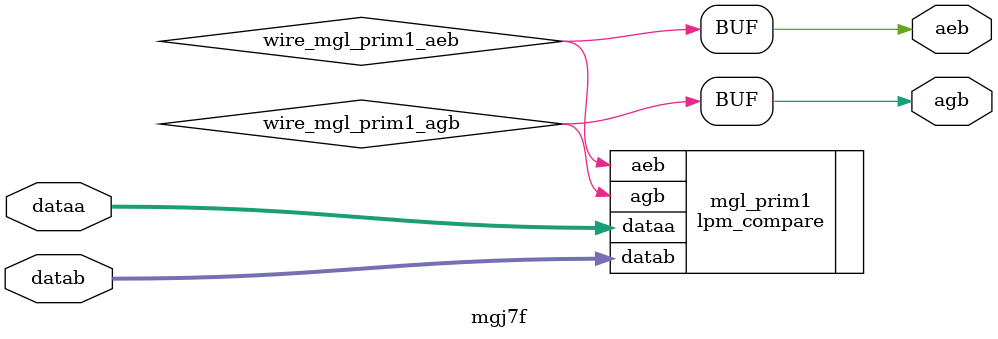
<source format=v>






//synthesis_resources = lpm_compare 1 
//synopsys translate_off
`timescale 1 ps / 1 ps
//synopsys translate_on
module  mgj7f
	( 
	aeb,
	agb,
	dataa,
	datab) /* synthesis synthesis_clearbox=1 */;
	output   aeb;
	output   agb;
	input   [8:0]  dataa;
	input   [8:0]  datab;

	wire  wire_mgl_prim1_aeb;
	wire  wire_mgl_prim1_agb;

	lpm_compare   mgl_prim1
	( 
	.aeb(wire_mgl_prim1_aeb),
	.agb(wire_mgl_prim1_agb),
	.dataa(dataa),
	.datab(datab));
	defparam
		mgl_prim1.lpm_representation = "UNSIGNED",
		mgl_prim1.lpm_type = "LPM_COMPARE",
		mgl_prim1.lpm_width = 9,
		mgl_prim1.lpm_hint = "ONE_INPUT_IS_CONSTANT=YES";
	assign
		aeb = wire_mgl_prim1_aeb,
		agb = wire_mgl_prim1_agb;
endmodule //mgj7f
//VALID FILE

</source>
